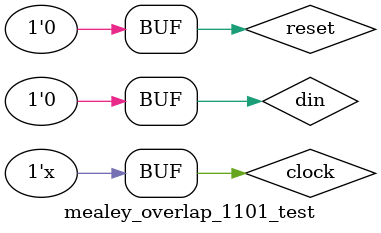
<source format=sv>
module mealey_overlap_1101_test;
reg din,reset, clock; 
 wire dout;
 mealey_overlap_1101 m1(dout, din,reset, clock); 
 always #10 clock =!clock; 
 initial begin
 $dumpfile("dump.vcd"); $dumpvars;
clock=0; 
 reset=1; 
 din=1; 
 #20 reset = 0; din = 1; 
 #20 din=0; 
 #20 din=1;
 #20 din=1;
 #20 din=0;
 #20 din=1; 
 #20 din=0; 
 #20 din=1; 
 #20 din=1; 
 #20 din=0;
 #20 din=1;
 #20 din=1; 
 #20 din=0; 
 #20 din=1;
 #20 din=0;
 end 
endmodule
</source>
